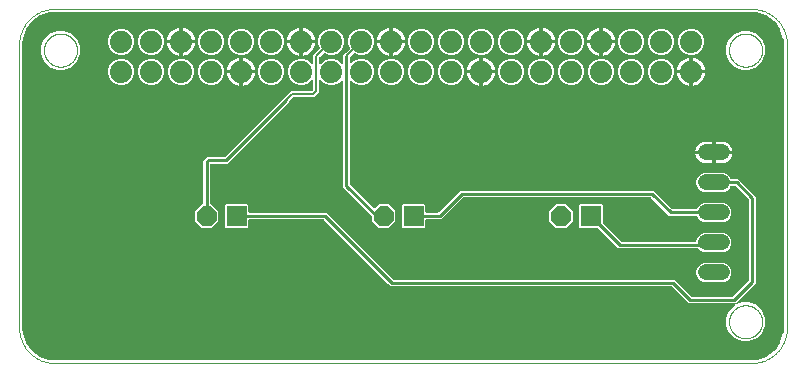
<source format=gtl>
G04 EAGLE Gerber RS-274X export*
G75*
%MOMM*%
%FSLAX34Y34*%
%LPD*%
%INTop copper*%
%IPPOS*%
%AMOC8*
5,1,8,0,0,1.08239X$1,22.5*%
G01*
%ADD10C,0.000000*%
%ADD11R,1.676400X1.676400*%
%ADD12P,1.814519X8X22.500000*%
%ADD13C,1.320800*%
%ADD14C,1.879600*%
%ADD15C,0.254000*%
%ADD16C,0.203200*%

G36*
X623712Y2956D02*
X623712Y2956D01*
X623750Y2954D01*
X627927Y3283D01*
X627932Y3285D01*
X627938Y3284D01*
X628102Y3318D01*
X636046Y5899D01*
X636078Y5916D01*
X636113Y5924D01*
X636258Y6007D01*
X643016Y10917D01*
X643041Y10943D01*
X643072Y10962D01*
X643185Y11086D01*
X648094Y17843D01*
X648110Y17875D01*
X648133Y17903D01*
X648202Y18055D01*
X650784Y26000D01*
X650785Y26005D01*
X650787Y26010D01*
X650819Y26175D01*
X651147Y30352D01*
X651145Y30374D01*
X651150Y30411D01*
X651150Y270363D01*
X651146Y270384D01*
X651147Y270422D01*
X650819Y274599D01*
X650817Y274604D01*
X650818Y274610D01*
X650784Y274774D01*
X648202Y282718D01*
X648186Y282750D01*
X648177Y282785D01*
X648094Y282931D01*
X643185Y289688D01*
X643159Y289714D01*
X643140Y289744D01*
X643016Y289857D01*
X636258Y294767D01*
X636227Y294783D01*
X636199Y294806D01*
X636046Y294875D01*
X628102Y297456D01*
X628096Y297457D01*
X628091Y297459D01*
X627927Y297491D01*
X623750Y297820D01*
X623728Y297818D01*
X623690Y297822D01*
X33690Y297822D01*
X33669Y297818D01*
X33631Y297820D01*
X29454Y297491D01*
X29449Y297489D01*
X29443Y297490D01*
X29279Y297456D01*
X21334Y294875D01*
X21303Y294858D01*
X21268Y294850D01*
X21122Y294767D01*
X14365Y289857D01*
X14339Y289831D01*
X14309Y289812D01*
X14196Y289688D01*
X9286Y282931D01*
X9270Y282899D01*
X9247Y282871D01*
X9178Y282718D01*
X6597Y274774D01*
X6596Y274769D01*
X6594Y274764D01*
X6562Y274599D01*
X6233Y270422D01*
X6235Y270400D01*
X6231Y270363D01*
X6231Y30411D01*
X6235Y30390D01*
X6233Y30352D01*
X6562Y26175D01*
X6564Y26170D01*
X6563Y26164D01*
X6597Y26000D01*
X9178Y18055D01*
X9195Y18024D01*
X9203Y17989D01*
X9286Y17843D01*
X14196Y11086D01*
X14222Y11060D01*
X14241Y11030D01*
X14365Y10917D01*
X21122Y6007D01*
X21154Y5991D01*
X21182Y5968D01*
X21334Y5899D01*
X29279Y3318D01*
X29284Y3317D01*
X29289Y3315D01*
X29454Y3283D01*
X33631Y2954D01*
X33653Y2956D01*
X33690Y2952D01*
X623690Y2952D01*
X623712Y2956D01*
G37*
%LPC*%
G36*
X615400Y18871D02*
X615400Y18871D01*
X609321Y21389D01*
X604668Y26042D01*
X602150Y32121D01*
X602150Y38702D01*
X604668Y44781D01*
X609321Y49434D01*
X609662Y49575D01*
X609745Y49627D01*
X609831Y49672D01*
X609849Y49691D01*
X609871Y49705D01*
X609933Y49780D01*
X610000Y49850D01*
X610011Y49874D01*
X610028Y49894D01*
X610063Y49985D01*
X610104Y50074D01*
X610107Y50100D01*
X610116Y50124D01*
X610120Y50221D01*
X610131Y50318D01*
X610125Y50344D01*
X610126Y50370D01*
X610099Y50463D01*
X610079Y50558D01*
X610065Y50581D01*
X610058Y50606D01*
X610002Y50686D01*
X609952Y50769D01*
X609933Y50786D01*
X609918Y50808D01*
X609840Y50866D01*
X609766Y50929D01*
X609741Y50939D01*
X609720Y50955D01*
X609628Y50985D01*
X609537Y51021D01*
X609505Y51025D01*
X609486Y51031D01*
X609453Y51031D01*
X609371Y51040D01*
X570369Y51040D01*
X556033Y65376D01*
X555959Y65429D01*
X555889Y65488D01*
X555859Y65501D01*
X555833Y65519D01*
X555746Y65546D01*
X555661Y65580D01*
X555620Y65585D01*
X555598Y65592D01*
X555566Y65591D01*
X555494Y65599D01*
X318125Y65599D01*
X316265Y67459D01*
X261742Y121982D01*
X261668Y122035D01*
X261598Y122095D01*
X261568Y122107D01*
X261542Y122126D01*
X261455Y122153D01*
X261370Y122187D01*
X261329Y122191D01*
X261307Y122198D01*
X261275Y122197D01*
X261203Y122205D01*
X198368Y122205D01*
X198348Y122202D01*
X198329Y122204D01*
X198227Y122182D01*
X198125Y122166D01*
X198108Y122156D01*
X198088Y122152D01*
X197999Y122099D01*
X197908Y122050D01*
X197894Y122036D01*
X197877Y122026D01*
X197810Y121947D01*
X197738Y121872D01*
X197730Y121854D01*
X197717Y121839D01*
X197678Y121743D01*
X197635Y121649D01*
X197633Y121629D01*
X197625Y121611D01*
X197607Y121444D01*
X197607Y115986D01*
X196714Y115093D01*
X178686Y115093D01*
X177793Y115986D01*
X177793Y134014D01*
X178686Y134907D01*
X196714Y134907D01*
X197607Y134014D01*
X197607Y128556D01*
X197610Y128537D01*
X197608Y128519D01*
X197608Y128518D01*
X197608Y128517D01*
X197630Y128415D01*
X197646Y128313D01*
X197656Y128296D01*
X197660Y128276D01*
X197713Y128187D01*
X197762Y128096D01*
X197776Y128082D01*
X197786Y128065D01*
X197865Y127998D01*
X197940Y127926D01*
X197958Y127918D01*
X197973Y127905D01*
X198069Y127866D01*
X198163Y127823D01*
X198183Y127821D01*
X198201Y127813D01*
X198368Y127795D01*
X263834Y127795D01*
X265694Y125935D01*
X320218Y71411D01*
X320291Y71358D01*
X320361Y71299D01*
X320391Y71287D01*
X320417Y71268D01*
X320504Y71241D01*
X320589Y71207D01*
X320630Y71202D01*
X320652Y71195D01*
X320685Y71196D01*
X320756Y71188D01*
X558125Y71188D01*
X572461Y56852D01*
X572535Y56799D01*
X572604Y56740D01*
X572635Y56728D01*
X572661Y56709D01*
X572748Y56682D01*
X572833Y56648D01*
X572874Y56643D01*
X572896Y56636D01*
X572928Y56637D01*
X572999Y56629D01*
X607297Y56629D01*
X607388Y56644D01*
X607478Y56651D01*
X607508Y56664D01*
X607540Y56669D01*
X607621Y56712D01*
X607705Y56747D01*
X607737Y56773D01*
X607758Y56784D01*
X607780Y56807D01*
X607836Y56852D01*
X621328Y70344D01*
X621381Y70418D01*
X621440Y70487D01*
X621452Y70518D01*
X621471Y70544D01*
X621498Y70631D01*
X621532Y70716D01*
X621537Y70756D01*
X621543Y70779D01*
X621543Y70811D01*
X621550Y70882D01*
X621550Y138700D01*
X621536Y138790D01*
X621529Y138881D01*
X621516Y138911D01*
X621511Y138943D01*
X621468Y139023D01*
X621432Y139107D01*
X621407Y139139D01*
X621396Y139160D01*
X621372Y139182D01*
X621328Y139238D01*
X610199Y150366D01*
X610126Y150419D01*
X610056Y150479D01*
X610026Y150491D01*
X610000Y150510D01*
X609913Y150537D01*
X609828Y150571D01*
X609787Y150575D01*
X609765Y150582D01*
X609732Y150581D01*
X609661Y150589D01*
X606595Y150589D01*
X606480Y150570D01*
X606364Y150553D01*
X606358Y150551D01*
X606352Y150550D01*
X606249Y150495D01*
X606145Y150442D01*
X606140Y150437D01*
X606135Y150434D01*
X606055Y150350D01*
X605972Y150266D01*
X605969Y150260D01*
X605965Y150256D01*
X605958Y150239D01*
X605892Y150119D01*
X605337Y148779D01*
X603050Y146493D01*
X600062Y145255D01*
X583620Y145255D01*
X580633Y146493D01*
X578346Y148779D01*
X577109Y151767D01*
X577109Y155001D01*
X578346Y157989D01*
X580633Y160275D01*
X583620Y161513D01*
X600062Y161513D01*
X603050Y160275D01*
X605337Y157989D01*
X605892Y156649D01*
X605953Y156549D01*
X606013Y156449D01*
X606018Y156445D01*
X606021Y156440D01*
X606111Y156365D01*
X606200Y156289D01*
X606206Y156287D01*
X606211Y156283D01*
X606319Y156241D01*
X606428Y156197D01*
X606436Y156196D01*
X606440Y156195D01*
X606459Y156194D01*
X606595Y156179D01*
X612292Y156179D01*
X627140Y141331D01*
X627140Y68252D01*
X610322Y51434D01*
X610278Y51372D01*
X610246Y51339D01*
X610239Y51322D01*
X610203Y51280D01*
X610194Y51255D01*
X610179Y51234D01*
X610150Y51141D01*
X610115Y51050D01*
X610114Y51024D01*
X610106Y50999D01*
X610109Y50902D01*
X610105Y50804D01*
X610112Y50779D01*
X610113Y50753D01*
X610146Y50662D01*
X610173Y50568D01*
X610188Y50547D01*
X610197Y50522D01*
X610258Y50446D01*
X610313Y50366D01*
X610334Y50351D01*
X610351Y50330D01*
X610433Y50278D01*
X610511Y50219D01*
X610536Y50211D01*
X610558Y50197D01*
X610652Y50173D01*
X610745Y50143D01*
X610771Y50143D01*
X610796Y50137D01*
X610893Y50145D01*
X610991Y50146D01*
X611022Y50155D01*
X611041Y50156D01*
X611072Y50169D01*
X611152Y50192D01*
X615400Y51952D01*
X621981Y51952D01*
X628060Y49434D01*
X632713Y44781D01*
X635231Y38702D01*
X635231Y32121D01*
X632713Y26042D01*
X628060Y21389D01*
X621981Y18871D01*
X615400Y18871D01*
G37*
%LPD*%
%LPC*%
G36*
X158196Y115093D02*
X158196Y115093D01*
X152393Y120896D01*
X152393Y129104D01*
X158196Y134907D01*
X158744Y134907D01*
X158764Y134910D01*
X158783Y134908D01*
X158885Y134930D01*
X158987Y134946D01*
X159004Y134956D01*
X159024Y134960D01*
X159113Y135013D01*
X159204Y135062D01*
X159218Y135076D01*
X159235Y135086D01*
X159302Y135165D01*
X159374Y135240D01*
X159382Y135258D01*
X159395Y135273D01*
X159434Y135369D01*
X159477Y135463D01*
X159479Y135483D01*
X159487Y135501D01*
X159505Y135668D01*
X159505Y171584D01*
X162716Y174794D01*
X177298Y174794D01*
X177388Y174809D01*
X177479Y174816D01*
X177509Y174829D01*
X177541Y174834D01*
X177622Y174877D01*
X177706Y174913D01*
X177738Y174938D01*
X177758Y174949D01*
X177781Y174973D01*
X177837Y175017D01*
X228401Y225582D01*
X228445Y225582D01*
X228535Y225596D01*
X228626Y225604D01*
X228656Y225616D01*
X228688Y225621D01*
X228768Y225664D01*
X228852Y225700D01*
X228884Y225726D01*
X228905Y225736D01*
X228927Y225760D01*
X228983Y225805D01*
X233924Y230745D01*
X251214Y230745D01*
X251305Y230760D01*
X251395Y230767D01*
X251425Y230780D01*
X251457Y230785D01*
X251538Y230827D01*
X251622Y230863D01*
X251654Y230889D01*
X251675Y230900D01*
X251697Y230923D01*
X251753Y230968D01*
X252527Y231742D01*
X252580Y231816D01*
X252640Y231886D01*
X252652Y231916D01*
X252671Y231942D01*
X252697Y232029D01*
X252732Y232114D01*
X252736Y232155D01*
X252743Y232177D01*
X252742Y232209D01*
X252750Y232281D01*
X252750Y240165D01*
X252739Y240236D01*
X252737Y240308D01*
X252719Y240357D01*
X252710Y240408D01*
X252677Y240471D01*
X252652Y240539D01*
X252620Y240579D01*
X252595Y240625D01*
X252543Y240675D01*
X252498Y240731D01*
X252455Y240759D01*
X252417Y240795D01*
X252352Y240825D01*
X252292Y240864D01*
X252241Y240876D01*
X252194Y240898D01*
X252123Y240906D01*
X252053Y240924D01*
X252001Y240920D01*
X251949Y240925D01*
X251879Y240910D01*
X251808Y240905D01*
X251760Y240884D01*
X251709Y240873D01*
X251647Y240836D01*
X251581Y240808D01*
X251526Y240763D01*
X251498Y240747D01*
X251483Y240729D01*
X251451Y240703D01*
X248666Y237919D01*
X244652Y236256D01*
X240306Y236256D01*
X236292Y237919D01*
X233219Y240992D01*
X231556Y245006D01*
X231556Y249351D01*
X233219Y253366D01*
X236292Y256439D01*
X240306Y258102D01*
X244652Y258102D01*
X248666Y256439D01*
X251451Y253654D01*
X251509Y253612D01*
X251561Y253563D01*
X251608Y253541D01*
X251650Y253511D01*
X251719Y253490D01*
X251784Y253459D01*
X251836Y253454D01*
X251885Y253438D01*
X251957Y253440D01*
X252028Y253432D01*
X252079Y253443D01*
X252131Y253445D01*
X252199Y253469D01*
X252269Y253484D01*
X252313Y253511D01*
X252362Y253529D01*
X252418Y253574D01*
X252480Y253611D01*
X252514Y253650D01*
X252554Y253683D01*
X252593Y253743D01*
X252640Y253798D01*
X252659Y253846D01*
X252687Y253890D01*
X252705Y253959D01*
X252732Y254026D01*
X252740Y254097D01*
X252747Y254128D01*
X252746Y254152D01*
X252750Y254192D01*
X252750Y261422D01*
X257996Y266668D01*
X258063Y266762D01*
X258134Y266856D01*
X258136Y266863D01*
X258139Y266868D01*
X258174Y266978D01*
X258210Y267090D01*
X258210Y267097D01*
X258212Y267103D01*
X258209Y267219D01*
X258208Y267336D01*
X258206Y267344D01*
X258205Y267349D01*
X258199Y267366D01*
X258161Y267497D01*
X256956Y270406D01*
X256956Y274751D01*
X258619Y278766D01*
X261692Y281839D01*
X265706Y283502D01*
X270052Y283502D01*
X274066Y281839D01*
X277139Y278766D01*
X278802Y274751D01*
X278802Y270406D01*
X277139Y266392D01*
X274066Y263319D01*
X270052Y261656D01*
X265706Y261656D01*
X262262Y263083D01*
X262148Y263109D01*
X262035Y263138D01*
X262028Y263138D01*
X262022Y263139D01*
X261906Y263128D01*
X261789Y263119D01*
X261784Y263116D01*
X261777Y263116D01*
X261670Y263068D01*
X261563Y263023D01*
X261557Y263018D01*
X261553Y263016D01*
X261539Y263003D01*
X261432Y262918D01*
X258055Y259540D01*
X258001Y259466D01*
X257942Y259397D01*
X257930Y259367D01*
X257911Y259340D01*
X257884Y259253D01*
X257850Y259169D01*
X257845Y259128D01*
X257839Y259105D01*
X257839Y259073D01*
X257832Y259002D01*
X257832Y254416D01*
X257843Y254346D01*
X257845Y254274D01*
X257863Y254225D01*
X257871Y254174D01*
X257905Y254110D01*
X257929Y254043D01*
X257962Y254002D01*
X257986Y253956D01*
X258038Y253907D01*
X258083Y253851D01*
X258127Y253823D01*
X258165Y253787D01*
X258230Y253757D01*
X258290Y253718D01*
X258341Y253705D01*
X258388Y253683D01*
X258459Y253675D01*
X258529Y253658D01*
X258581Y253662D01*
X258632Y253656D01*
X258702Y253671D01*
X258774Y253677D01*
X258822Y253697D01*
X258873Y253708D01*
X258934Y253745D01*
X259000Y253773D01*
X259056Y253818D01*
X259084Y253835D01*
X259099Y253852D01*
X259131Y253878D01*
X261692Y256439D01*
X265706Y258102D01*
X270052Y258102D01*
X274066Y256439D01*
X276590Y253915D01*
X276648Y253873D01*
X276700Y253823D01*
X276748Y253801D01*
X276790Y253771D01*
X276858Y253750D01*
X276923Y253720D01*
X276975Y253714D01*
X277025Y253699D01*
X277097Y253700D01*
X277168Y253693D01*
X277219Y253704D01*
X277271Y253705D01*
X277338Y253730D01*
X277408Y253745D01*
X277453Y253772D01*
X277502Y253789D01*
X277558Y253834D01*
X277619Y253871D01*
X277653Y253911D01*
X277694Y253943D01*
X277733Y254003D01*
X277779Y254058D01*
X277799Y254106D01*
X277827Y254150D01*
X277844Y254220D01*
X277871Y254286D01*
X277879Y254357D01*
X277887Y254389D01*
X277885Y254412D01*
X277890Y254453D01*
X277890Y261527D01*
X279527Y263164D01*
X279571Y263164D01*
X279661Y263179D01*
X279752Y263186D01*
X279782Y263199D01*
X279813Y263204D01*
X279894Y263247D01*
X279978Y263282D01*
X280010Y263308D01*
X280031Y263319D01*
X280053Y263343D01*
X280109Y263387D01*
X283394Y266672D01*
X283462Y266766D01*
X283532Y266861D01*
X283534Y266867D01*
X283538Y266872D01*
X283572Y266983D01*
X283608Y267095D01*
X283608Y267101D01*
X283610Y267107D01*
X283607Y267224D01*
X283606Y267341D01*
X283604Y267348D01*
X283604Y267353D01*
X283597Y267371D01*
X283559Y267502D01*
X282356Y270406D01*
X282356Y274751D01*
X284019Y278766D01*
X287092Y281839D01*
X291106Y283502D01*
X295452Y283502D01*
X299466Y281839D01*
X302539Y278766D01*
X304202Y274751D01*
X304202Y270406D01*
X302539Y266392D01*
X299466Y263319D01*
X295452Y261656D01*
X291106Y261656D01*
X287657Y263085D01*
X287544Y263111D01*
X287430Y263140D01*
X287424Y263139D01*
X287418Y263141D01*
X287301Y263130D01*
X287185Y263121D01*
X287179Y263118D01*
X287173Y263118D01*
X287065Y263070D01*
X286959Y263024D01*
X286953Y263020D01*
X286948Y263018D01*
X286934Y263005D01*
X286828Y262920D01*
X283702Y259794D01*
X283649Y259720D01*
X283590Y259651D01*
X283577Y259621D01*
X283559Y259594D01*
X283532Y259507D01*
X283498Y259423D01*
X283493Y259382D01*
X283486Y259359D01*
X283487Y259327D01*
X283479Y259256D01*
X283479Y254664D01*
X283491Y254593D01*
X283493Y254522D01*
X283511Y254473D01*
X283519Y254421D01*
X283552Y254358D01*
X283577Y254291D01*
X283610Y254250D01*
X283634Y254204D01*
X283686Y254155D01*
X283731Y254099D01*
X283775Y254070D01*
X283812Y254035D01*
X283877Y254004D01*
X283938Y253966D01*
X283988Y253953D01*
X284035Y253931D01*
X284107Y253923D01*
X284176Y253906D01*
X284228Y253910D01*
X284280Y253904D01*
X284350Y253919D01*
X284421Y253925D01*
X284469Y253945D01*
X284520Y253956D01*
X284582Y253993D01*
X284648Y254021D01*
X284704Y254066D01*
X284731Y254082D01*
X284747Y254100D01*
X284779Y254126D01*
X287092Y256439D01*
X291106Y258102D01*
X295452Y258102D01*
X299466Y256439D01*
X302539Y253366D01*
X304202Y249351D01*
X304202Y245006D01*
X302539Y240992D01*
X299466Y237919D01*
X295452Y236256D01*
X291106Y236256D01*
X287092Y237919D01*
X284779Y240232D01*
X284721Y240274D01*
X284669Y240323D01*
X284621Y240345D01*
X284579Y240375D01*
X284511Y240396D01*
X284445Y240427D01*
X284394Y240432D01*
X284344Y240448D01*
X284272Y240446D01*
X284201Y240454D01*
X284150Y240443D01*
X284098Y240441D01*
X284031Y240417D01*
X283961Y240402D01*
X283916Y240375D01*
X283867Y240357D01*
X283811Y240312D01*
X283750Y240275D01*
X283716Y240236D01*
X283675Y240203D01*
X283636Y240143D01*
X283590Y240088D01*
X283570Y240040D01*
X283542Y239996D01*
X283524Y239927D01*
X283498Y239860D01*
X283490Y239789D01*
X283482Y239758D01*
X283484Y239735D01*
X283479Y239694D01*
X283479Y152142D01*
X283481Y152128D01*
X283480Y152118D01*
X283492Y152063D01*
X283494Y152052D01*
X283501Y151961D01*
X283514Y151931D01*
X283519Y151899D01*
X283562Y151819D01*
X283597Y151735D01*
X283623Y151703D01*
X283634Y151682D01*
X283657Y151660D01*
X283702Y151604D01*
X303760Y131546D01*
X303776Y131535D01*
X303788Y131519D01*
X303876Y131463D01*
X303959Y131403D01*
X303978Y131397D01*
X303995Y131386D01*
X304096Y131361D01*
X304194Y131330D01*
X304214Y131331D01*
X304234Y131326D01*
X304337Y131334D01*
X304440Y131337D01*
X304459Y131344D01*
X304479Y131345D01*
X304574Y131386D01*
X304671Y131421D01*
X304687Y131434D01*
X304705Y131441D01*
X304836Y131546D01*
X308196Y134907D01*
X316404Y134907D01*
X322207Y129104D01*
X322207Y120896D01*
X316404Y115093D01*
X308196Y115093D01*
X302393Y120896D01*
X302393Y124693D01*
X302379Y124783D01*
X302371Y124874D01*
X302359Y124903D01*
X302354Y124935D01*
X302311Y125016D01*
X302275Y125100D01*
X302249Y125132D01*
X302238Y125153D01*
X302215Y125175D01*
X302170Y125231D01*
X277890Y149511D01*
X277890Y239905D01*
X277878Y239976D01*
X277876Y240047D01*
X277858Y240096D01*
X277850Y240148D01*
X277816Y240211D01*
X277792Y240278D01*
X277759Y240319D01*
X277735Y240365D01*
X277683Y240414D01*
X277638Y240470D01*
X277594Y240498D01*
X277557Y240534D01*
X277492Y240565D01*
X277431Y240603D01*
X277381Y240616D01*
X277333Y240638D01*
X277262Y240646D01*
X277193Y240663D01*
X277141Y240659D01*
X277089Y240665D01*
X277019Y240650D01*
X276947Y240644D01*
X276900Y240624D01*
X276849Y240613D01*
X276787Y240576D01*
X276721Y240548D01*
X276665Y240503D01*
X276638Y240487D01*
X276622Y240469D01*
X276590Y240443D01*
X274066Y237919D01*
X270052Y236256D01*
X265706Y236256D01*
X261692Y237919D01*
X259131Y240480D01*
X259073Y240521D01*
X259021Y240571D01*
X258974Y240593D01*
X258931Y240623D01*
X258863Y240644D01*
X258798Y240674D01*
X258746Y240680D01*
X258696Y240695D01*
X258625Y240694D01*
X258553Y240701D01*
X258502Y240690D01*
X258450Y240689D01*
X258383Y240664D01*
X258313Y240649D01*
X258268Y240622D01*
X258219Y240605D01*
X258163Y240560D01*
X258102Y240523D01*
X258068Y240483D01*
X258027Y240451D01*
X257989Y240391D01*
X257942Y240336D01*
X257922Y240288D01*
X257894Y240244D01*
X257877Y240175D01*
X257850Y240108D01*
X257842Y240037D01*
X257834Y240005D01*
X257836Y239982D01*
X257832Y239941D01*
X257832Y229860D01*
X253635Y225664D01*
X236344Y225664D01*
X236254Y225649D01*
X236163Y225642D01*
X236133Y225629D01*
X236101Y225624D01*
X236020Y225581D01*
X235936Y225545D01*
X235904Y225520D01*
X235884Y225509D01*
X235861Y225485D01*
X235805Y225441D01*
X232576Y222211D01*
X232523Y222138D01*
X232464Y222068D01*
X232452Y222038D01*
X232433Y222012D01*
X232406Y221925D01*
X232372Y221840D01*
X232367Y221799D01*
X232360Y221777D01*
X232361Y221744D01*
X232353Y221673D01*
X232353Y221629D01*
X179929Y169205D01*
X165856Y169205D01*
X165836Y169202D01*
X165817Y169204D01*
X165715Y169182D01*
X165613Y169165D01*
X165596Y169156D01*
X165576Y169152D01*
X165487Y169098D01*
X165396Y169050D01*
X165382Y169036D01*
X165365Y169025D01*
X165298Y168947D01*
X165226Y168872D01*
X165218Y168854D01*
X165205Y168839D01*
X165166Y168742D01*
X165123Y168649D01*
X165121Y168629D01*
X165113Y168610D01*
X165095Y168444D01*
X165095Y135668D01*
X165098Y135648D01*
X165096Y135629D01*
X165118Y135527D01*
X165134Y135425D01*
X165144Y135408D01*
X165148Y135388D01*
X165201Y135299D01*
X165250Y135208D01*
X165264Y135194D01*
X165274Y135177D01*
X165353Y135110D01*
X165428Y135038D01*
X165446Y135030D01*
X165461Y135017D01*
X165557Y134978D01*
X165651Y134935D01*
X165671Y134933D01*
X165689Y134925D01*
X165856Y134907D01*
X166404Y134907D01*
X172207Y129104D01*
X172207Y120896D01*
X166404Y115093D01*
X158196Y115093D01*
G37*
%LPD*%
%LPC*%
G36*
X328686Y115093D02*
X328686Y115093D01*
X327793Y115986D01*
X327793Y134014D01*
X328686Y134907D01*
X346714Y134907D01*
X347607Y134014D01*
X347607Y128556D01*
X347610Y128537D01*
X347608Y128519D01*
X347608Y128518D01*
X347608Y128517D01*
X347630Y128415D01*
X347646Y128313D01*
X347656Y128296D01*
X347660Y128276D01*
X347713Y128187D01*
X347762Y128096D01*
X347776Y128082D01*
X347786Y128065D01*
X347865Y127998D01*
X347940Y127926D01*
X347958Y127918D01*
X347973Y127905D01*
X348069Y127866D01*
X348163Y127823D01*
X348183Y127821D01*
X348201Y127813D01*
X348368Y127795D01*
X358164Y127795D01*
X358254Y127809D01*
X358345Y127817D01*
X358375Y127829D01*
X358407Y127834D01*
X358488Y127877D01*
X358572Y127913D01*
X358604Y127939D01*
X358624Y127950D01*
X358627Y127952D01*
X358647Y127973D01*
X358703Y128018D01*
X377038Y146354D01*
X540857Y146354D01*
X556209Y131002D01*
X556283Y130949D01*
X556353Y130889D01*
X556383Y130877D01*
X556409Y130858D01*
X556496Y130831D01*
X556581Y130797D01*
X556622Y130793D01*
X556644Y130786D01*
X556676Y130787D01*
X556747Y130779D01*
X577088Y130779D01*
X577203Y130798D01*
X577319Y130815D01*
X577324Y130817D01*
X577331Y130818D01*
X577433Y130873D01*
X577538Y130926D01*
X577542Y130931D01*
X577548Y130934D01*
X577628Y131018D01*
X577710Y131102D01*
X577714Y131108D01*
X577717Y131112D01*
X577725Y131129D01*
X577791Y131249D01*
X578346Y132589D01*
X580633Y134875D01*
X583620Y136113D01*
X600062Y136113D01*
X603050Y134875D01*
X605337Y132589D01*
X606574Y129601D01*
X606574Y126367D01*
X605337Y123379D01*
X603050Y121093D01*
X600062Y119855D01*
X583620Y119855D01*
X580633Y121093D01*
X578346Y123379D01*
X577791Y124719D01*
X577730Y124819D01*
X577670Y124919D01*
X577665Y124923D01*
X577662Y124928D01*
X577571Y125003D01*
X577483Y125079D01*
X577477Y125081D01*
X577472Y125085D01*
X577364Y125127D01*
X577255Y125171D01*
X577247Y125172D01*
X577242Y125173D01*
X577224Y125174D01*
X577088Y125189D01*
X554117Y125189D01*
X538765Y140541D01*
X538691Y140594D01*
X538622Y140654D01*
X538591Y140666D01*
X538565Y140685D01*
X538478Y140711D01*
X538393Y140746D01*
X538353Y140750D01*
X538330Y140757D01*
X538298Y140756D01*
X538227Y140764D01*
X379669Y140764D01*
X379579Y140749D01*
X379488Y140742D01*
X379458Y140730D01*
X379426Y140724D01*
X379346Y140682D01*
X379262Y140646D01*
X379230Y140620D01*
X379209Y140609D01*
X379187Y140586D01*
X379185Y140584D01*
X379183Y140584D01*
X379181Y140582D01*
X379131Y140541D01*
X360795Y122205D01*
X348368Y122205D01*
X348348Y122202D01*
X348329Y122204D01*
X348227Y122182D01*
X348125Y122166D01*
X348108Y122156D01*
X348088Y122152D01*
X347999Y122099D01*
X347908Y122050D01*
X347894Y122036D01*
X347877Y122026D01*
X347810Y121947D01*
X347738Y121872D01*
X347730Y121854D01*
X347717Y121839D01*
X347678Y121743D01*
X347635Y121649D01*
X347633Y121629D01*
X347625Y121611D01*
X347607Y121444D01*
X347607Y115986D01*
X346714Y115093D01*
X328686Y115093D01*
G37*
%LPD*%
%LPC*%
G36*
X583620Y94455D02*
X583620Y94455D01*
X580633Y95693D01*
X578784Y97541D01*
X578710Y97594D01*
X578641Y97654D01*
X578611Y97666D01*
X578585Y97685D01*
X578498Y97711D01*
X578413Y97746D01*
X578372Y97750D01*
X578350Y97757D01*
X578317Y97756D01*
X578246Y97764D01*
X510984Y97764D01*
X493877Y114870D01*
X493803Y114923D01*
X493734Y114983D01*
X493704Y114995D01*
X493678Y115014D01*
X493591Y115041D01*
X493506Y115075D01*
X493465Y115079D01*
X493443Y115086D01*
X493410Y115085D01*
X493339Y115093D01*
X478686Y115093D01*
X477793Y115986D01*
X477793Y134014D01*
X478686Y134907D01*
X496714Y134907D01*
X497607Y134014D01*
X497607Y119361D01*
X497621Y119271D01*
X497629Y119180D01*
X497641Y119150D01*
X497646Y119118D01*
X497689Y119038D01*
X497725Y118954D01*
X497751Y118922D01*
X497762Y118901D01*
X497785Y118879D01*
X497830Y118823D01*
X513076Y103577D01*
X513150Y103523D01*
X513219Y103464D01*
X513249Y103452D01*
X513276Y103433D01*
X513363Y103406D01*
X513447Y103372D01*
X513488Y103368D01*
X513511Y103361D01*
X513543Y103361D01*
X513614Y103354D01*
X576347Y103354D01*
X576367Y103357D01*
X576387Y103355D01*
X576488Y103377D01*
X576590Y103393D01*
X576608Y103403D01*
X576627Y103407D01*
X576716Y103460D01*
X576807Y103508D01*
X576821Y103523D01*
X576838Y103533D01*
X576906Y103612D01*
X576977Y103687D01*
X576985Y103705D01*
X576998Y103720D01*
X577037Y103816D01*
X577080Y103910D01*
X577083Y103930D01*
X577090Y103948D01*
X577109Y104115D01*
X577109Y104201D01*
X578346Y107189D01*
X580633Y109475D01*
X583620Y110713D01*
X600062Y110713D01*
X603050Y109475D01*
X605337Y107189D01*
X606574Y104201D01*
X606574Y100967D01*
X605337Y97979D01*
X603050Y95693D01*
X600062Y94455D01*
X583620Y94455D01*
G37*
%LPD*%
%LPC*%
G36*
X35400Y248822D02*
X35400Y248822D01*
X29321Y251340D01*
X24668Y255993D01*
X22150Y262072D01*
X22150Y268653D01*
X24668Y274732D01*
X29321Y279385D01*
X35400Y281903D01*
X41981Y281903D01*
X48060Y279385D01*
X52713Y274732D01*
X55231Y268653D01*
X55231Y262072D01*
X52713Y255993D01*
X48060Y251340D01*
X41981Y248822D01*
X35400Y248822D01*
G37*
%LPD*%
%LPC*%
G36*
X615400Y248822D02*
X615400Y248822D01*
X609321Y251340D01*
X604668Y255993D01*
X602150Y262072D01*
X602150Y268653D01*
X604668Y274732D01*
X609321Y279385D01*
X615400Y281903D01*
X621981Y281903D01*
X628060Y279385D01*
X632713Y274732D01*
X635231Y268653D01*
X635231Y262072D01*
X632713Y255993D01*
X628060Y251340D01*
X621981Y248822D01*
X615400Y248822D01*
G37*
%LPD*%
%LPC*%
G36*
X583620Y69055D02*
X583620Y69055D01*
X580633Y70293D01*
X578346Y72579D01*
X577109Y75567D01*
X577109Y78801D01*
X578346Y81789D01*
X580633Y84075D01*
X583620Y85313D01*
X600062Y85313D01*
X603050Y84075D01*
X605337Y81789D01*
X606574Y78801D01*
X606574Y75567D01*
X605337Y72579D01*
X603050Y70293D01*
X600062Y69055D01*
X583620Y69055D01*
G37*
%LPD*%
%LPC*%
G36*
X392706Y261656D02*
X392706Y261656D01*
X388692Y263319D01*
X385619Y266392D01*
X383956Y270406D01*
X383956Y274751D01*
X385619Y278766D01*
X388692Y281839D01*
X392706Y283502D01*
X397052Y283502D01*
X401066Y281839D01*
X404139Y278766D01*
X405802Y274751D01*
X405802Y270406D01*
X404139Y266392D01*
X401066Y263319D01*
X397052Y261656D01*
X392706Y261656D01*
G37*
%LPD*%
%LPC*%
G36*
X316506Y236256D02*
X316506Y236256D01*
X312492Y237919D01*
X309419Y240992D01*
X307756Y245006D01*
X307756Y249351D01*
X309419Y253366D01*
X312492Y256439D01*
X316506Y258102D01*
X320852Y258102D01*
X324866Y256439D01*
X327939Y253366D01*
X329602Y249351D01*
X329602Y245006D01*
X327939Y240992D01*
X324866Y237919D01*
X320852Y236256D01*
X316506Y236256D01*
G37*
%LPD*%
%LPC*%
G36*
X341906Y236256D02*
X341906Y236256D01*
X337892Y237919D01*
X334819Y240992D01*
X333156Y245006D01*
X333156Y249351D01*
X334819Y253366D01*
X337892Y256439D01*
X341906Y258102D01*
X346252Y258102D01*
X350266Y256439D01*
X353339Y253366D01*
X355002Y249351D01*
X355002Y245006D01*
X353339Y240992D01*
X350266Y237919D01*
X346252Y236256D01*
X341906Y236256D01*
G37*
%LPD*%
%LPC*%
G36*
X367306Y236256D02*
X367306Y236256D01*
X363292Y237919D01*
X360219Y240992D01*
X358556Y245006D01*
X358556Y249351D01*
X360219Y253366D01*
X363292Y256439D01*
X367306Y258102D01*
X371652Y258102D01*
X375666Y256439D01*
X378739Y253366D01*
X380402Y249351D01*
X380402Y245006D01*
X378739Y240992D01*
X375666Y237919D01*
X371652Y236256D01*
X367306Y236256D01*
G37*
%LPD*%
%LPC*%
G36*
X87906Y236256D02*
X87906Y236256D01*
X83892Y237919D01*
X80819Y240992D01*
X79156Y245006D01*
X79156Y249351D01*
X80819Y253366D01*
X83892Y256439D01*
X87906Y258102D01*
X92252Y258102D01*
X96266Y256439D01*
X99339Y253366D01*
X101002Y249351D01*
X101002Y245006D01*
X99339Y240992D01*
X96266Y237919D01*
X92252Y236256D01*
X87906Y236256D01*
G37*
%LPD*%
%LPC*%
G36*
X214906Y236256D02*
X214906Y236256D01*
X210892Y237919D01*
X207819Y240992D01*
X206156Y245006D01*
X206156Y249351D01*
X207819Y253366D01*
X210892Y256439D01*
X214906Y258102D01*
X219252Y258102D01*
X223266Y256439D01*
X226339Y253366D01*
X228002Y249351D01*
X228002Y245006D01*
X226339Y240992D01*
X223266Y237919D01*
X219252Y236256D01*
X214906Y236256D01*
G37*
%LPD*%
%LPC*%
G36*
X418106Y236256D02*
X418106Y236256D01*
X414092Y237919D01*
X411019Y240992D01*
X409356Y245006D01*
X409356Y249351D01*
X411019Y253366D01*
X414092Y256439D01*
X418106Y258102D01*
X422452Y258102D01*
X426466Y256439D01*
X429539Y253366D01*
X431202Y249351D01*
X431202Y245006D01*
X429539Y240992D01*
X426466Y237919D01*
X422452Y236256D01*
X418106Y236256D01*
G37*
%LPD*%
%LPC*%
G36*
X443506Y236256D02*
X443506Y236256D01*
X439492Y237919D01*
X436419Y240992D01*
X434756Y245006D01*
X434756Y249351D01*
X436419Y253366D01*
X439492Y256439D01*
X443506Y258102D01*
X447852Y258102D01*
X451866Y256439D01*
X454939Y253366D01*
X456602Y249351D01*
X456602Y245006D01*
X454939Y240992D01*
X451866Y237919D01*
X447852Y236256D01*
X443506Y236256D01*
G37*
%LPD*%
%LPC*%
G36*
X164106Y236256D02*
X164106Y236256D01*
X160092Y237919D01*
X157019Y240992D01*
X155356Y245006D01*
X155356Y249351D01*
X157019Y253366D01*
X160092Y256439D01*
X164106Y258102D01*
X168452Y258102D01*
X172466Y256439D01*
X175539Y253366D01*
X177202Y249351D01*
X177202Y245006D01*
X175539Y240992D01*
X172466Y237919D01*
X168452Y236256D01*
X164106Y236256D01*
G37*
%LPD*%
%LPC*%
G36*
X113306Y236256D02*
X113306Y236256D01*
X109292Y237919D01*
X106219Y240992D01*
X104556Y245006D01*
X104556Y249351D01*
X106219Y253366D01*
X109292Y256439D01*
X113306Y258102D01*
X117652Y258102D01*
X121666Y256439D01*
X124739Y253366D01*
X126402Y249351D01*
X126402Y245006D01*
X124739Y240992D01*
X121666Y237919D01*
X117652Y236256D01*
X113306Y236256D01*
G37*
%LPD*%
%LPC*%
G36*
X494306Y236256D02*
X494306Y236256D01*
X490292Y237919D01*
X487219Y240992D01*
X485556Y245006D01*
X485556Y249351D01*
X487219Y253366D01*
X490292Y256439D01*
X494306Y258102D01*
X498652Y258102D01*
X502666Y256439D01*
X505739Y253366D01*
X507402Y249351D01*
X507402Y245006D01*
X505739Y240992D01*
X502666Y237919D01*
X498652Y236256D01*
X494306Y236256D01*
G37*
%LPD*%
%LPC*%
G36*
X468906Y236256D02*
X468906Y236256D01*
X464892Y237919D01*
X461819Y240992D01*
X460156Y245006D01*
X460156Y249351D01*
X461819Y253366D01*
X464892Y256439D01*
X468906Y258102D01*
X473252Y258102D01*
X477266Y256439D01*
X480339Y253366D01*
X482002Y249351D01*
X482002Y245006D01*
X480339Y240992D01*
X477266Y237919D01*
X473252Y236256D01*
X468906Y236256D01*
G37*
%LPD*%
%LPC*%
G36*
X418106Y261656D02*
X418106Y261656D01*
X414092Y263319D01*
X411019Y266392D01*
X409356Y270406D01*
X409356Y274751D01*
X411019Y278766D01*
X414092Y281839D01*
X418106Y283502D01*
X422452Y283502D01*
X426466Y281839D01*
X429539Y278766D01*
X431202Y274751D01*
X431202Y270406D01*
X429539Y266392D01*
X426466Y263319D01*
X422452Y261656D01*
X418106Y261656D01*
G37*
%LPD*%
%LPC*%
G36*
X113306Y261656D02*
X113306Y261656D01*
X109292Y263319D01*
X106219Y266392D01*
X104556Y270406D01*
X104556Y274751D01*
X106219Y278766D01*
X109292Y281839D01*
X113306Y283502D01*
X117652Y283502D01*
X121666Y281839D01*
X124739Y278766D01*
X126402Y274751D01*
X126402Y270406D01*
X124739Y266392D01*
X121666Y263319D01*
X117652Y261656D01*
X113306Y261656D01*
G37*
%LPD*%
%LPC*%
G36*
X87906Y261656D02*
X87906Y261656D01*
X83892Y263319D01*
X80819Y266392D01*
X79156Y270406D01*
X79156Y274751D01*
X80819Y278766D01*
X83892Y281839D01*
X87906Y283502D01*
X92252Y283502D01*
X96266Y281839D01*
X99339Y278766D01*
X101002Y274751D01*
X101002Y270406D01*
X99339Y266392D01*
X96266Y263319D01*
X92252Y261656D01*
X87906Y261656D01*
G37*
%LPD*%
%LPC*%
G36*
X367306Y261656D02*
X367306Y261656D01*
X363292Y263319D01*
X360219Y266392D01*
X358556Y270406D01*
X358556Y274751D01*
X360219Y278766D01*
X363292Y281839D01*
X367306Y283502D01*
X371652Y283502D01*
X375666Y281839D01*
X378739Y278766D01*
X380402Y274751D01*
X380402Y270406D01*
X378739Y266392D01*
X375666Y263319D01*
X371652Y261656D01*
X367306Y261656D01*
G37*
%LPD*%
%LPC*%
G36*
X341906Y261656D02*
X341906Y261656D01*
X337892Y263319D01*
X334819Y266392D01*
X333156Y270406D01*
X333156Y274751D01*
X334819Y278766D01*
X337892Y281839D01*
X341906Y283502D01*
X346252Y283502D01*
X350266Y281839D01*
X353339Y278766D01*
X355002Y274751D01*
X355002Y270406D01*
X353339Y266392D01*
X350266Y263319D01*
X346252Y261656D01*
X341906Y261656D01*
G37*
%LPD*%
%LPC*%
G36*
X570506Y261656D02*
X570506Y261656D01*
X566492Y263319D01*
X563419Y266392D01*
X561756Y270406D01*
X561756Y274751D01*
X563419Y278766D01*
X566492Y281839D01*
X570506Y283502D01*
X574852Y283502D01*
X578866Y281839D01*
X581939Y278766D01*
X583602Y274751D01*
X583602Y270406D01*
X581939Y266392D01*
X578866Y263319D01*
X574852Y261656D01*
X570506Y261656D01*
G37*
%LPD*%
%LPC*%
G36*
X545106Y261656D02*
X545106Y261656D01*
X541092Y263319D01*
X538019Y266392D01*
X536356Y270406D01*
X536356Y274751D01*
X538019Y278766D01*
X541092Y281839D01*
X545106Y283502D01*
X549452Y283502D01*
X553466Y281839D01*
X556539Y278766D01*
X558202Y274751D01*
X558202Y270406D01*
X556539Y266392D01*
X553466Y263319D01*
X549452Y261656D01*
X545106Y261656D01*
G37*
%LPD*%
%LPC*%
G36*
X519706Y261656D02*
X519706Y261656D01*
X515692Y263319D01*
X512619Y266392D01*
X510956Y270406D01*
X510956Y274751D01*
X512619Y278766D01*
X515692Y281839D01*
X519706Y283502D01*
X524052Y283502D01*
X528066Y281839D01*
X531139Y278766D01*
X532802Y274751D01*
X532802Y270406D01*
X531139Y266392D01*
X528066Y263319D01*
X524052Y261656D01*
X519706Y261656D01*
G37*
%LPD*%
%LPC*%
G36*
X138706Y236256D02*
X138706Y236256D01*
X134692Y237919D01*
X131619Y240992D01*
X129956Y245006D01*
X129956Y249351D01*
X131619Y253366D01*
X134692Y256439D01*
X138706Y258102D01*
X143052Y258102D01*
X147066Y256439D01*
X150139Y253366D01*
X151802Y249351D01*
X151802Y245006D01*
X150139Y240992D01*
X147066Y237919D01*
X143052Y236256D01*
X138706Y236256D01*
G37*
%LPD*%
%LPC*%
G36*
X214906Y261656D02*
X214906Y261656D01*
X210892Y263319D01*
X207819Y266392D01*
X206156Y270406D01*
X206156Y274751D01*
X207819Y278766D01*
X210892Y281839D01*
X214906Y283502D01*
X219252Y283502D01*
X223266Y281839D01*
X226339Y278766D01*
X228002Y274751D01*
X228002Y270406D01*
X226339Y266392D01*
X223266Y263319D01*
X219252Y261656D01*
X214906Y261656D01*
G37*
%LPD*%
%LPC*%
G36*
X189506Y261656D02*
X189506Y261656D01*
X185492Y263319D01*
X182419Y266392D01*
X180756Y270406D01*
X180756Y274751D01*
X182419Y278766D01*
X185492Y281839D01*
X189506Y283502D01*
X193852Y283502D01*
X197866Y281839D01*
X200939Y278766D01*
X202602Y274751D01*
X202602Y270406D01*
X200939Y266392D01*
X197866Y263319D01*
X193852Y261656D01*
X189506Y261656D01*
G37*
%LPD*%
%LPC*%
G36*
X164106Y261656D02*
X164106Y261656D01*
X160092Y263319D01*
X157019Y266392D01*
X155356Y270406D01*
X155356Y274751D01*
X157019Y278766D01*
X160092Y281839D01*
X164106Y283502D01*
X168452Y283502D01*
X172466Y281839D01*
X175539Y278766D01*
X177202Y274751D01*
X177202Y270406D01*
X175539Y266392D01*
X172466Y263319D01*
X168452Y261656D01*
X164106Y261656D01*
G37*
%LPD*%
%LPC*%
G36*
X469006Y261656D02*
X469006Y261656D01*
X464992Y263319D01*
X461919Y266392D01*
X460256Y270406D01*
X460256Y274751D01*
X461919Y278766D01*
X464992Y281839D01*
X469006Y283502D01*
X473352Y283502D01*
X477366Y281839D01*
X480439Y278766D01*
X482102Y274751D01*
X482102Y270406D01*
X480439Y266392D01*
X477366Y263319D01*
X473352Y261656D01*
X469006Y261656D01*
G37*
%LPD*%
%LPC*%
G36*
X545106Y236256D02*
X545106Y236256D01*
X541092Y237919D01*
X538019Y240992D01*
X536356Y245006D01*
X536356Y249351D01*
X538019Y253366D01*
X541092Y256439D01*
X545106Y258102D01*
X549452Y258102D01*
X553466Y256439D01*
X556539Y253366D01*
X558202Y249351D01*
X558202Y245006D01*
X556539Y240992D01*
X553466Y237919D01*
X549452Y236256D01*
X545106Y236256D01*
G37*
%LPD*%
%LPC*%
G36*
X519706Y236256D02*
X519706Y236256D01*
X515692Y237919D01*
X512619Y240992D01*
X510956Y245006D01*
X510956Y249351D01*
X512619Y253366D01*
X515692Y256439D01*
X519706Y258102D01*
X524052Y258102D01*
X528066Y256439D01*
X531139Y253366D01*
X532802Y249351D01*
X532802Y245006D01*
X531139Y240992D01*
X528066Y237919D01*
X524052Y236256D01*
X519706Y236256D01*
G37*
%LPD*%
%LPC*%
G36*
X458196Y115093D02*
X458196Y115093D01*
X452393Y120896D01*
X452393Y129104D01*
X458196Y134907D01*
X466404Y134907D01*
X472207Y129104D01*
X472207Y120896D01*
X466404Y115093D01*
X458196Y115093D01*
G37*
%LPD*%
%LPC*%
G36*
X593365Y180307D02*
X593365Y180307D01*
X593365Y187929D01*
X599346Y187929D01*
X601113Y187577D01*
X602777Y186888D01*
X604275Y185887D01*
X605548Y184614D01*
X606549Y183116D01*
X607239Y181451D01*
X607466Y180307D01*
X593365Y180307D01*
G37*
%LPD*%
%LPC*%
G36*
X576216Y180307D02*
X576216Y180307D01*
X576444Y181451D01*
X577133Y183116D01*
X578134Y184614D01*
X579408Y185887D01*
X580906Y186888D01*
X582570Y187577D01*
X584337Y187929D01*
X590318Y187929D01*
X590318Y180307D01*
X576216Y180307D01*
G37*
%LPD*%
%LPC*%
G36*
X593365Y169639D02*
X593365Y169639D01*
X593365Y177261D01*
X607466Y177261D01*
X607239Y176117D01*
X606549Y174452D01*
X605548Y172954D01*
X604275Y171681D01*
X602777Y170680D01*
X601113Y169991D01*
X599346Y169639D01*
X593365Y169639D01*
G37*
%LPD*%
%LPC*%
G36*
X584337Y169639D02*
X584337Y169639D01*
X582570Y169991D01*
X580906Y170680D01*
X579408Y171681D01*
X578134Y172954D01*
X577133Y174452D01*
X576444Y176117D01*
X576216Y177261D01*
X590318Y177261D01*
X590318Y169639D01*
X584337Y169639D01*
G37*
%LPD*%
%LPC*%
G36*
X193202Y248702D02*
X193202Y248702D01*
X193202Y259025D01*
X194474Y258824D01*
X196262Y258243D01*
X197936Y257390D01*
X199457Y256285D01*
X200785Y254956D01*
X201890Y253436D01*
X202743Y251762D01*
X203324Y249974D01*
X203525Y248702D01*
X193202Y248702D01*
G37*
%LPD*%
%LPC*%
G36*
X498002Y274102D02*
X498002Y274102D01*
X498002Y284425D01*
X499274Y284224D01*
X501062Y283643D01*
X502736Y282790D01*
X504257Y281685D01*
X505585Y280356D01*
X506690Y278836D01*
X507543Y277162D01*
X508124Y275374D01*
X508325Y274102D01*
X498002Y274102D01*
G37*
%LPD*%
%LPC*%
G36*
X574202Y248702D02*
X574202Y248702D01*
X574202Y259025D01*
X575474Y258824D01*
X577262Y258243D01*
X578936Y257390D01*
X580457Y256285D01*
X581785Y254956D01*
X582890Y253436D01*
X583743Y251762D01*
X584324Y249974D01*
X584525Y248702D01*
X574202Y248702D01*
G37*
%LPD*%
%LPC*%
G36*
X396402Y248702D02*
X396402Y248702D01*
X396402Y259025D01*
X397674Y258824D01*
X399462Y258243D01*
X401136Y257390D01*
X402657Y256285D01*
X403985Y254956D01*
X405090Y253436D01*
X405943Y251762D01*
X406524Y249974D01*
X406725Y248702D01*
X396402Y248702D01*
G37*
%LPD*%
%LPC*%
G36*
X447202Y274102D02*
X447202Y274102D01*
X447202Y284425D01*
X448474Y284224D01*
X450262Y283643D01*
X451936Y282790D01*
X453457Y281685D01*
X454785Y280356D01*
X455890Y278836D01*
X456743Y277162D01*
X457324Y275374D01*
X457525Y274102D01*
X447202Y274102D01*
G37*
%LPD*%
%LPC*%
G36*
X320202Y274102D02*
X320202Y274102D01*
X320202Y284425D01*
X321474Y284224D01*
X323262Y283643D01*
X324936Y282790D01*
X326457Y281685D01*
X327785Y280356D01*
X328890Y278836D01*
X329743Y277162D01*
X330324Y275374D01*
X330525Y274102D01*
X320202Y274102D01*
G37*
%LPD*%
%LPC*%
G36*
X244002Y274102D02*
X244002Y274102D01*
X244002Y284425D01*
X245274Y284224D01*
X247062Y283643D01*
X248736Y282790D01*
X250257Y281685D01*
X251585Y280356D01*
X252690Y278836D01*
X253543Y277162D01*
X254124Y275374D01*
X254325Y274102D01*
X244002Y274102D01*
G37*
%LPD*%
%LPC*%
G36*
X142402Y274102D02*
X142402Y274102D01*
X142402Y284425D01*
X143674Y284224D01*
X145462Y283643D01*
X147136Y282790D01*
X148657Y281685D01*
X149985Y280356D01*
X151090Y278836D01*
X151943Y277162D01*
X152524Y275374D01*
X152725Y274102D01*
X142402Y274102D01*
G37*
%LPD*%
%LPC*%
G36*
X396402Y245656D02*
X396402Y245656D01*
X406725Y245656D01*
X406524Y244383D01*
X405943Y242596D01*
X405090Y240922D01*
X403985Y239401D01*
X402657Y238073D01*
X401136Y236968D01*
X399462Y236115D01*
X397674Y235534D01*
X396402Y235333D01*
X396402Y245656D01*
G37*
%LPD*%
%LPC*%
G36*
X193202Y245656D02*
X193202Y245656D01*
X203525Y245656D01*
X203324Y244383D01*
X202743Y242596D01*
X201890Y240922D01*
X200785Y239401D01*
X199457Y238073D01*
X197936Y236968D01*
X196262Y236115D01*
X194474Y235534D01*
X193202Y235333D01*
X193202Y245656D01*
G37*
%LPD*%
%LPC*%
G36*
X142402Y271056D02*
X142402Y271056D01*
X152725Y271056D01*
X152524Y269783D01*
X151943Y267996D01*
X151090Y266322D01*
X149985Y264801D01*
X148657Y263473D01*
X147136Y262368D01*
X145462Y261515D01*
X143674Y260934D01*
X142402Y260733D01*
X142402Y271056D01*
G37*
%LPD*%
%LPC*%
G36*
X574202Y245656D02*
X574202Y245656D01*
X584525Y245656D01*
X584324Y244383D01*
X583743Y242596D01*
X582890Y240922D01*
X581785Y239401D01*
X580457Y238073D01*
X578936Y236968D01*
X577262Y236115D01*
X575474Y235534D01*
X574202Y235333D01*
X574202Y245656D01*
G37*
%LPD*%
%LPC*%
G36*
X383033Y248702D02*
X383033Y248702D01*
X383234Y249974D01*
X383815Y251762D01*
X384668Y253436D01*
X385773Y254956D01*
X387101Y256285D01*
X388622Y257390D01*
X390296Y258243D01*
X392083Y258824D01*
X393356Y259025D01*
X393356Y248702D01*
X383033Y248702D01*
G37*
%LPD*%
%LPC*%
G36*
X484633Y274102D02*
X484633Y274102D01*
X484834Y275374D01*
X485415Y277162D01*
X486268Y278836D01*
X487373Y280356D01*
X488701Y281685D01*
X490222Y282790D01*
X491896Y283643D01*
X493683Y284224D01*
X494956Y284425D01*
X494956Y274102D01*
X484633Y274102D01*
G37*
%LPD*%
%LPC*%
G36*
X129033Y274102D02*
X129033Y274102D01*
X129234Y275374D01*
X129815Y277162D01*
X130668Y278836D01*
X131773Y280356D01*
X133101Y281685D01*
X134622Y282790D01*
X136296Y283643D01*
X138083Y284224D01*
X139356Y284425D01*
X139356Y274102D01*
X129033Y274102D01*
G37*
%LPD*%
%LPC*%
G36*
X306833Y274102D02*
X306833Y274102D01*
X307034Y275374D01*
X307615Y277162D01*
X308468Y278836D01*
X309573Y280356D01*
X310901Y281685D01*
X312422Y282790D01*
X314096Y283643D01*
X315883Y284224D01*
X317156Y284425D01*
X317156Y274102D01*
X306833Y274102D01*
G37*
%LPD*%
%LPC*%
G36*
X230633Y274102D02*
X230633Y274102D01*
X230834Y275374D01*
X231415Y277162D01*
X232268Y278836D01*
X233373Y280356D01*
X234701Y281685D01*
X236222Y282790D01*
X237896Y283643D01*
X239683Y284224D01*
X240956Y284425D01*
X240956Y274102D01*
X230633Y274102D01*
G37*
%LPD*%
%LPC*%
G36*
X433833Y274102D02*
X433833Y274102D01*
X434034Y275374D01*
X434615Y277162D01*
X435468Y278836D01*
X436573Y280356D01*
X437901Y281685D01*
X439422Y282790D01*
X441096Y283643D01*
X442883Y284224D01*
X444156Y284425D01*
X444156Y274102D01*
X433833Y274102D01*
G37*
%LPD*%
%LPC*%
G36*
X244002Y271056D02*
X244002Y271056D01*
X254325Y271056D01*
X254124Y269783D01*
X253543Y267996D01*
X252690Y266322D01*
X251585Y264801D01*
X250257Y263473D01*
X248736Y262368D01*
X247062Y261515D01*
X245274Y260934D01*
X244002Y260733D01*
X244002Y271056D01*
G37*
%LPD*%
%LPC*%
G36*
X498002Y271056D02*
X498002Y271056D01*
X508325Y271056D01*
X508124Y269783D01*
X507543Y267996D01*
X506690Y266322D01*
X505585Y264801D01*
X504257Y263473D01*
X502736Y262368D01*
X501062Y261515D01*
X499274Y260934D01*
X498002Y260733D01*
X498002Y271056D01*
G37*
%LPD*%
%LPC*%
G36*
X447202Y271056D02*
X447202Y271056D01*
X457525Y271056D01*
X457324Y269783D01*
X456743Y267996D01*
X455890Y266322D01*
X454785Y264801D01*
X453457Y263473D01*
X451936Y262368D01*
X450262Y261515D01*
X448474Y260934D01*
X447202Y260733D01*
X447202Y271056D01*
G37*
%LPD*%
%LPC*%
G36*
X179833Y248702D02*
X179833Y248702D01*
X180034Y249974D01*
X180615Y251762D01*
X181468Y253436D01*
X182573Y254956D01*
X183901Y256285D01*
X185422Y257390D01*
X187096Y258243D01*
X188883Y258824D01*
X190156Y259025D01*
X190156Y248702D01*
X179833Y248702D01*
G37*
%LPD*%
%LPC*%
G36*
X560833Y248702D02*
X560833Y248702D01*
X561034Y249974D01*
X561615Y251762D01*
X562468Y253436D01*
X563573Y254956D01*
X564901Y256285D01*
X566422Y257390D01*
X568096Y258243D01*
X569883Y258824D01*
X571156Y259025D01*
X571156Y248702D01*
X560833Y248702D01*
G37*
%LPD*%
%LPC*%
G36*
X320202Y271056D02*
X320202Y271056D01*
X330525Y271056D01*
X330324Y269783D01*
X329743Y267996D01*
X328890Y266322D01*
X327785Y264801D01*
X326457Y263473D01*
X324936Y262368D01*
X323262Y261515D01*
X321474Y260934D01*
X320202Y260733D01*
X320202Y271056D01*
G37*
%LPD*%
%LPC*%
G36*
X392083Y235534D02*
X392083Y235534D01*
X390296Y236115D01*
X388622Y236968D01*
X387101Y238073D01*
X385773Y239401D01*
X384668Y240922D01*
X383815Y242596D01*
X383234Y244383D01*
X383033Y245656D01*
X393356Y245656D01*
X393356Y235333D01*
X392083Y235534D01*
G37*
%LPD*%
%LPC*%
G36*
X493683Y260934D02*
X493683Y260934D01*
X491896Y261515D01*
X490222Y262368D01*
X488701Y263473D01*
X487373Y264801D01*
X486268Y266322D01*
X485415Y267996D01*
X484834Y269783D01*
X484633Y271056D01*
X494956Y271056D01*
X494956Y260733D01*
X493683Y260934D01*
G37*
%LPD*%
%LPC*%
G36*
X138083Y260934D02*
X138083Y260934D01*
X136296Y261515D01*
X134622Y262368D01*
X133101Y263473D01*
X131773Y264801D01*
X130668Y266322D01*
X129815Y267996D01*
X129234Y269783D01*
X129033Y271056D01*
X139356Y271056D01*
X139356Y260733D01*
X138083Y260934D01*
G37*
%LPD*%
%LPC*%
G36*
X239683Y260934D02*
X239683Y260934D01*
X237896Y261515D01*
X236222Y262368D01*
X234701Y263473D01*
X233373Y264801D01*
X232268Y266322D01*
X231415Y267996D01*
X230834Y269783D01*
X230633Y271056D01*
X240956Y271056D01*
X240956Y260733D01*
X239683Y260934D01*
G37*
%LPD*%
%LPC*%
G36*
X188883Y235534D02*
X188883Y235534D01*
X187096Y236115D01*
X185422Y236968D01*
X183901Y238073D01*
X182573Y239401D01*
X181468Y240922D01*
X180615Y242596D01*
X180034Y244383D01*
X179833Y245656D01*
X190156Y245656D01*
X190156Y235333D01*
X188883Y235534D01*
G37*
%LPD*%
%LPC*%
G36*
X442883Y260934D02*
X442883Y260934D01*
X441096Y261515D01*
X439422Y262368D01*
X437901Y263473D01*
X436573Y264801D01*
X435468Y266322D01*
X434615Y267996D01*
X434034Y269783D01*
X433833Y271056D01*
X444156Y271056D01*
X444156Y260733D01*
X442883Y260934D01*
G37*
%LPD*%
%LPC*%
G36*
X315883Y260934D02*
X315883Y260934D01*
X314096Y261515D01*
X312422Y262368D01*
X310901Y263473D01*
X309573Y264801D01*
X308468Y266322D01*
X307615Y267996D01*
X307034Y269783D01*
X306833Y271056D01*
X317156Y271056D01*
X317156Y260733D01*
X315883Y260934D01*
G37*
%LPD*%
%LPC*%
G36*
X569883Y235534D02*
X569883Y235534D01*
X568096Y236115D01*
X566422Y236968D01*
X564901Y238073D01*
X563573Y239401D01*
X562468Y240922D01*
X561615Y242596D01*
X561034Y244383D01*
X560833Y245656D01*
X571156Y245656D01*
X571156Y235333D01*
X569883Y235534D01*
G37*
%LPD*%
%LPC*%
G36*
X496478Y272578D02*
X496478Y272578D01*
X496478Y272580D01*
X496480Y272580D01*
X496480Y272578D01*
X496478Y272578D01*
G37*
%LPD*%
%LPC*%
G36*
X242478Y272578D02*
X242478Y272578D01*
X242478Y272580D01*
X242480Y272580D01*
X242480Y272578D01*
X242478Y272578D01*
G37*
%LPD*%
%LPC*%
G36*
X318678Y272578D02*
X318678Y272578D01*
X318678Y272580D01*
X318680Y272580D01*
X318680Y272578D01*
X318678Y272578D01*
G37*
%LPD*%
%LPC*%
G36*
X591840Y178783D02*
X591840Y178783D01*
X591840Y178785D01*
X591842Y178785D01*
X591842Y178783D01*
X591840Y178783D01*
G37*
%LPD*%
%LPC*%
G36*
X445678Y272578D02*
X445678Y272578D01*
X445678Y272580D01*
X445680Y272580D01*
X445680Y272578D01*
X445678Y272578D01*
G37*
%LPD*%
%LPC*%
G36*
X140878Y272578D02*
X140878Y272578D01*
X140878Y272580D01*
X140880Y272580D01*
X140880Y272578D01*
X140878Y272578D01*
G37*
%LPD*%
%LPC*%
G36*
X394878Y247178D02*
X394878Y247178D01*
X394878Y247180D01*
X394880Y247180D01*
X394880Y247178D01*
X394878Y247178D01*
G37*
%LPD*%
%LPC*%
G36*
X191678Y247178D02*
X191678Y247178D01*
X191678Y247180D01*
X191680Y247180D01*
X191680Y247178D01*
X191678Y247178D01*
G37*
%LPD*%
%LPC*%
G36*
X572678Y247178D02*
X572678Y247178D01*
X572678Y247180D01*
X572680Y247180D01*
X572680Y247178D01*
X572678Y247178D01*
G37*
%LPD*%
D10*
X33690Y411D02*
X623690Y411D01*
X653690Y30411D02*
X653690Y270363D01*
X623690Y300363D02*
X33690Y300363D01*
X3690Y270363D02*
X3690Y30411D01*
X3699Y29686D01*
X3725Y28962D01*
X3769Y28238D01*
X3830Y27516D01*
X3909Y26795D01*
X4005Y26076D01*
X4118Y25360D01*
X4249Y24647D01*
X4397Y23937D01*
X4562Y23232D01*
X4744Y22530D01*
X4943Y21833D01*
X5158Y21140D01*
X5391Y20454D01*
X5640Y19773D01*
X5905Y19098D01*
X6186Y18430D01*
X6484Y17769D01*
X6797Y17115D01*
X7126Y16469D01*
X7471Y15831D01*
X7831Y15202D01*
X8206Y14582D01*
X8596Y13971D01*
X9000Y13369D01*
X9419Y12777D01*
X9853Y12196D01*
X10300Y11625D01*
X10761Y11066D01*
X11235Y10517D01*
X11722Y9981D01*
X12222Y9456D01*
X12735Y8943D01*
X13260Y8443D01*
X13796Y7956D01*
X14345Y7482D01*
X14904Y7021D01*
X15475Y6574D01*
X16056Y6140D01*
X16648Y5721D01*
X17250Y5317D01*
X17861Y4927D01*
X18481Y4552D01*
X19110Y4192D01*
X19748Y3847D01*
X20394Y3518D01*
X21048Y3205D01*
X21709Y2907D01*
X22377Y2626D01*
X23052Y2361D01*
X23733Y2112D01*
X24419Y1879D01*
X25112Y1664D01*
X25809Y1465D01*
X26511Y1283D01*
X27216Y1118D01*
X27926Y970D01*
X28639Y839D01*
X29355Y726D01*
X30074Y630D01*
X30795Y551D01*
X31517Y490D01*
X32241Y446D01*
X32965Y420D01*
X33690Y411D01*
X623690Y411D02*
X624415Y420D01*
X625139Y446D01*
X625863Y490D01*
X626585Y551D01*
X627306Y630D01*
X628025Y726D01*
X628741Y839D01*
X629454Y970D01*
X630164Y1118D01*
X630869Y1283D01*
X631571Y1465D01*
X632268Y1664D01*
X632961Y1879D01*
X633647Y2112D01*
X634328Y2361D01*
X635003Y2626D01*
X635671Y2907D01*
X636332Y3205D01*
X636986Y3518D01*
X637632Y3847D01*
X638270Y4192D01*
X638899Y4552D01*
X639519Y4927D01*
X640130Y5317D01*
X640732Y5721D01*
X641324Y6140D01*
X641905Y6574D01*
X642476Y7021D01*
X643035Y7482D01*
X643584Y7956D01*
X644120Y8443D01*
X644645Y8943D01*
X645158Y9456D01*
X645658Y9981D01*
X646145Y10517D01*
X646619Y11066D01*
X647080Y11625D01*
X647527Y12196D01*
X647961Y12777D01*
X648380Y13369D01*
X648784Y13971D01*
X649174Y14582D01*
X649549Y15202D01*
X649909Y15831D01*
X650254Y16469D01*
X650583Y17115D01*
X650896Y17769D01*
X651194Y18430D01*
X651475Y19098D01*
X651740Y19773D01*
X651989Y20454D01*
X652222Y21140D01*
X652437Y21833D01*
X652636Y22530D01*
X652818Y23232D01*
X652983Y23937D01*
X653131Y24647D01*
X653262Y25360D01*
X653375Y26076D01*
X653471Y26795D01*
X653550Y27516D01*
X653611Y28238D01*
X653655Y28962D01*
X653681Y29686D01*
X653690Y30411D01*
X653690Y270363D02*
X653681Y271088D01*
X653655Y271812D01*
X653611Y272536D01*
X653550Y273258D01*
X653471Y273979D01*
X653375Y274698D01*
X653262Y275414D01*
X653131Y276127D01*
X652983Y276837D01*
X652818Y277542D01*
X652636Y278244D01*
X652437Y278941D01*
X652222Y279634D01*
X651989Y280320D01*
X651740Y281001D01*
X651475Y281676D01*
X651194Y282344D01*
X650896Y283005D01*
X650583Y283659D01*
X650254Y284305D01*
X649909Y284943D01*
X649549Y285572D01*
X649174Y286192D01*
X648784Y286803D01*
X648380Y287405D01*
X647961Y287997D01*
X647527Y288578D01*
X647080Y289149D01*
X646619Y289708D01*
X646145Y290257D01*
X645658Y290793D01*
X645158Y291318D01*
X644645Y291831D01*
X644120Y292331D01*
X643584Y292818D01*
X643035Y293292D01*
X642476Y293753D01*
X641905Y294200D01*
X641324Y294634D01*
X640732Y295053D01*
X640130Y295457D01*
X639519Y295847D01*
X638899Y296222D01*
X638270Y296582D01*
X637632Y296927D01*
X636986Y297256D01*
X636332Y297569D01*
X635671Y297867D01*
X635003Y298148D01*
X634328Y298413D01*
X633647Y298662D01*
X632961Y298895D01*
X632268Y299110D01*
X631571Y299309D01*
X630869Y299491D01*
X630164Y299656D01*
X629454Y299804D01*
X628741Y299935D01*
X628025Y300048D01*
X627306Y300144D01*
X626585Y300223D01*
X625863Y300284D01*
X625139Y300328D01*
X624415Y300354D01*
X623690Y300363D01*
X33690Y300363D02*
X32965Y300354D01*
X32241Y300328D01*
X31517Y300284D01*
X30795Y300223D01*
X30074Y300144D01*
X29355Y300048D01*
X28639Y299935D01*
X27926Y299804D01*
X27216Y299656D01*
X26511Y299491D01*
X25809Y299309D01*
X25112Y299110D01*
X24419Y298895D01*
X23733Y298662D01*
X23052Y298413D01*
X22377Y298148D01*
X21709Y297867D01*
X21048Y297569D01*
X20394Y297256D01*
X19748Y296927D01*
X19110Y296582D01*
X18481Y296222D01*
X17861Y295847D01*
X17250Y295457D01*
X16648Y295053D01*
X16056Y294634D01*
X15475Y294200D01*
X14904Y293753D01*
X14345Y293292D01*
X13796Y292818D01*
X13260Y292331D01*
X12735Y291831D01*
X12222Y291318D01*
X11722Y290793D01*
X11235Y290257D01*
X10761Y289708D01*
X10300Y289149D01*
X9853Y288578D01*
X9419Y287997D01*
X9000Y287405D01*
X8596Y286803D01*
X8206Y286192D01*
X7831Y285572D01*
X7471Y284943D01*
X7126Y284305D01*
X6797Y283659D01*
X6484Y283005D01*
X6186Y282344D01*
X5905Y281676D01*
X5640Y281001D01*
X5391Y280320D01*
X5158Y279634D01*
X4943Y278941D01*
X4744Y278244D01*
X4562Y277542D01*
X4397Y276837D01*
X4249Y276127D01*
X4118Y275414D01*
X4005Y274698D01*
X3909Y273979D01*
X3830Y273258D01*
X3769Y272536D01*
X3725Y271812D01*
X3699Y271088D01*
X3690Y270363D01*
X24690Y265363D02*
X24694Y265707D01*
X24707Y266050D01*
X24728Y266393D01*
X24757Y266735D01*
X24795Y267077D01*
X24842Y267417D01*
X24896Y267756D01*
X24959Y268094D01*
X25030Y268430D01*
X25110Y268765D01*
X25197Y269097D01*
X25293Y269427D01*
X25397Y269755D01*
X25508Y270079D01*
X25628Y270402D01*
X25756Y270721D01*
X25891Y271036D01*
X26034Y271349D01*
X26185Y271658D01*
X26343Y271963D01*
X26509Y272264D01*
X26682Y272560D01*
X26862Y272853D01*
X27049Y273141D01*
X27244Y273424D01*
X27445Y273703D01*
X27653Y273976D01*
X27868Y274245D01*
X28089Y274507D01*
X28317Y274765D01*
X28551Y275017D01*
X28791Y275262D01*
X29036Y275502D01*
X29288Y275736D01*
X29546Y275964D01*
X29808Y276185D01*
X30077Y276400D01*
X30350Y276608D01*
X30629Y276809D01*
X30912Y277004D01*
X31200Y277191D01*
X31493Y277371D01*
X31789Y277544D01*
X32090Y277710D01*
X32395Y277868D01*
X32704Y278019D01*
X33017Y278162D01*
X33332Y278297D01*
X33651Y278425D01*
X33974Y278545D01*
X34298Y278656D01*
X34626Y278760D01*
X34956Y278856D01*
X35288Y278943D01*
X35623Y279023D01*
X35959Y279094D01*
X36297Y279157D01*
X36636Y279211D01*
X36976Y279258D01*
X37318Y279296D01*
X37660Y279325D01*
X38003Y279346D01*
X38346Y279359D01*
X38690Y279363D01*
X39034Y279359D01*
X39377Y279346D01*
X39720Y279325D01*
X40062Y279296D01*
X40404Y279258D01*
X40744Y279211D01*
X41083Y279157D01*
X41421Y279094D01*
X41757Y279023D01*
X42092Y278943D01*
X42424Y278856D01*
X42754Y278760D01*
X43082Y278656D01*
X43406Y278545D01*
X43729Y278425D01*
X44048Y278297D01*
X44363Y278162D01*
X44676Y278019D01*
X44985Y277868D01*
X45290Y277710D01*
X45591Y277544D01*
X45887Y277371D01*
X46180Y277191D01*
X46468Y277004D01*
X46751Y276809D01*
X47030Y276608D01*
X47303Y276400D01*
X47572Y276185D01*
X47834Y275964D01*
X48092Y275736D01*
X48344Y275502D01*
X48589Y275262D01*
X48829Y275017D01*
X49063Y274765D01*
X49291Y274507D01*
X49512Y274245D01*
X49727Y273976D01*
X49935Y273703D01*
X50136Y273424D01*
X50331Y273141D01*
X50518Y272853D01*
X50698Y272560D01*
X50871Y272264D01*
X51037Y271963D01*
X51195Y271658D01*
X51346Y271349D01*
X51489Y271036D01*
X51624Y270721D01*
X51752Y270402D01*
X51872Y270079D01*
X51983Y269755D01*
X52087Y269427D01*
X52183Y269097D01*
X52270Y268765D01*
X52350Y268430D01*
X52421Y268094D01*
X52484Y267756D01*
X52538Y267417D01*
X52585Y267077D01*
X52623Y266735D01*
X52652Y266393D01*
X52673Y266050D01*
X52686Y265707D01*
X52690Y265363D01*
X52686Y265019D01*
X52673Y264676D01*
X52652Y264333D01*
X52623Y263991D01*
X52585Y263649D01*
X52538Y263309D01*
X52484Y262970D01*
X52421Y262632D01*
X52350Y262296D01*
X52270Y261961D01*
X52183Y261629D01*
X52087Y261299D01*
X51983Y260971D01*
X51872Y260647D01*
X51752Y260324D01*
X51624Y260005D01*
X51489Y259690D01*
X51346Y259377D01*
X51195Y259068D01*
X51037Y258763D01*
X50871Y258462D01*
X50698Y258166D01*
X50518Y257873D01*
X50331Y257585D01*
X50136Y257302D01*
X49935Y257023D01*
X49727Y256750D01*
X49512Y256481D01*
X49291Y256219D01*
X49063Y255961D01*
X48829Y255709D01*
X48589Y255464D01*
X48344Y255224D01*
X48092Y254990D01*
X47834Y254762D01*
X47572Y254541D01*
X47303Y254326D01*
X47030Y254118D01*
X46751Y253917D01*
X46468Y253722D01*
X46180Y253535D01*
X45887Y253355D01*
X45591Y253182D01*
X45290Y253016D01*
X44985Y252858D01*
X44676Y252707D01*
X44363Y252564D01*
X44048Y252429D01*
X43729Y252301D01*
X43406Y252181D01*
X43082Y252070D01*
X42754Y251966D01*
X42424Y251870D01*
X42092Y251783D01*
X41757Y251703D01*
X41421Y251632D01*
X41083Y251569D01*
X40744Y251515D01*
X40404Y251468D01*
X40062Y251430D01*
X39720Y251401D01*
X39377Y251380D01*
X39034Y251367D01*
X38690Y251363D01*
X38346Y251367D01*
X38003Y251380D01*
X37660Y251401D01*
X37318Y251430D01*
X36976Y251468D01*
X36636Y251515D01*
X36297Y251569D01*
X35959Y251632D01*
X35623Y251703D01*
X35288Y251783D01*
X34956Y251870D01*
X34626Y251966D01*
X34298Y252070D01*
X33974Y252181D01*
X33651Y252301D01*
X33332Y252429D01*
X33017Y252564D01*
X32704Y252707D01*
X32395Y252858D01*
X32090Y253016D01*
X31789Y253182D01*
X31493Y253355D01*
X31200Y253535D01*
X30912Y253722D01*
X30629Y253917D01*
X30350Y254118D01*
X30077Y254326D01*
X29808Y254541D01*
X29546Y254762D01*
X29288Y254990D01*
X29036Y255224D01*
X28791Y255464D01*
X28551Y255709D01*
X28317Y255961D01*
X28089Y256219D01*
X27868Y256481D01*
X27653Y256750D01*
X27445Y257023D01*
X27244Y257302D01*
X27049Y257585D01*
X26862Y257873D01*
X26682Y258166D01*
X26509Y258462D01*
X26343Y258763D01*
X26185Y259068D01*
X26034Y259377D01*
X25891Y259690D01*
X25756Y260005D01*
X25628Y260324D01*
X25508Y260647D01*
X25397Y260971D01*
X25293Y261299D01*
X25197Y261629D01*
X25110Y261961D01*
X25030Y262296D01*
X24959Y262632D01*
X24896Y262970D01*
X24842Y263309D01*
X24795Y263649D01*
X24757Y263991D01*
X24728Y264333D01*
X24707Y264676D01*
X24694Y265019D01*
X24690Y265363D01*
X604690Y265363D02*
X604694Y265707D01*
X604707Y266050D01*
X604728Y266393D01*
X604757Y266735D01*
X604795Y267077D01*
X604842Y267417D01*
X604896Y267756D01*
X604959Y268094D01*
X605030Y268430D01*
X605110Y268765D01*
X605197Y269097D01*
X605293Y269427D01*
X605397Y269755D01*
X605508Y270079D01*
X605628Y270402D01*
X605756Y270721D01*
X605891Y271036D01*
X606034Y271349D01*
X606185Y271658D01*
X606343Y271963D01*
X606509Y272264D01*
X606682Y272560D01*
X606862Y272853D01*
X607049Y273141D01*
X607244Y273424D01*
X607445Y273703D01*
X607653Y273976D01*
X607868Y274245D01*
X608089Y274507D01*
X608317Y274765D01*
X608551Y275017D01*
X608791Y275262D01*
X609036Y275502D01*
X609288Y275736D01*
X609546Y275964D01*
X609808Y276185D01*
X610077Y276400D01*
X610350Y276608D01*
X610629Y276809D01*
X610912Y277004D01*
X611200Y277191D01*
X611493Y277371D01*
X611789Y277544D01*
X612090Y277710D01*
X612395Y277868D01*
X612704Y278019D01*
X613017Y278162D01*
X613332Y278297D01*
X613651Y278425D01*
X613974Y278545D01*
X614298Y278656D01*
X614626Y278760D01*
X614956Y278856D01*
X615288Y278943D01*
X615623Y279023D01*
X615959Y279094D01*
X616297Y279157D01*
X616636Y279211D01*
X616976Y279258D01*
X617318Y279296D01*
X617660Y279325D01*
X618003Y279346D01*
X618346Y279359D01*
X618690Y279363D01*
X619034Y279359D01*
X619377Y279346D01*
X619720Y279325D01*
X620062Y279296D01*
X620404Y279258D01*
X620744Y279211D01*
X621083Y279157D01*
X621421Y279094D01*
X621757Y279023D01*
X622092Y278943D01*
X622424Y278856D01*
X622754Y278760D01*
X623082Y278656D01*
X623406Y278545D01*
X623729Y278425D01*
X624048Y278297D01*
X624363Y278162D01*
X624676Y278019D01*
X624985Y277868D01*
X625290Y277710D01*
X625591Y277544D01*
X625887Y277371D01*
X626180Y277191D01*
X626468Y277004D01*
X626751Y276809D01*
X627030Y276608D01*
X627303Y276400D01*
X627572Y276185D01*
X627834Y275964D01*
X628092Y275736D01*
X628344Y275502D01*
X628589Y275262D01*
X628829Y275017D01*
X629063Y274765D01*
X629291Y274507D01*
X629512Y274245D01*
X629727Y273976D01*
X629935Y273703D01*
X630136Y273424D01*
X630331Y273141D01*
X630518Y272853D01*
X630698Y272560D01*
X630871Y272264D01*
X631037Y271963D01*
X631195Y271658D01*
X631346Y271349D01*
X631489Y271036D01*
X631624Y270721D01*
X631752Y270402D01*
X631872Y270079D01*
X631983Y269755D01*
X632087Y269427D01*
X632183Y269097D01*
X632270Y268765D01*
X632350Y268430D01*
X632421Y268094D01*
X632484Y267756D01*
X632538Y267417D01*
X632585Y267077D01*
X632623Y266735D01*
X632652Y266393D01*
X632673Y266050D01*
X632686Y265707D01*
X632690Y265363D01*
X632686Y265019D01*
X632673Y264676D01*
X632652Y264333D01*
X632623Y263991D01*
X632585Y263649D01*
X632538Y263309D01*
X632484Y262970D01*
X632421Y262632D01*
X632350Y262296D01*
X632270Y261961D01*
X632183Y261629D01*
X632087Y261299D01*
X631983Y260971D01*
X631872Y260647D01*
X631752Y260324D01*
X631624Y260005D01*
X631489Y259690D01*
X631346Y259377D01*
X631195Y259068D01*
X631037Y258763D01*
X630871Y258462D01*
X630698Y258166D01*
X630518Y257873D01*
X630331Y257585D01*
X630136Y257302D01*
X629935Y257023D01*
X629727Y256750D01*
X629512Y256481D01*
X629291Y256219D01*
X629063Y255961D01*
X628829Y255709D01*
X628589Y255464D01*
X628344Y255224D01*
X628092Y254990D01*
X627834Y254762D01*
X627572Y254541D01*
X627303Y254326D01*
X627030Y254118D01*
X626751Y253917D01*
X626468Y253722D01*
X626180Y253535D01*
X625887Y253355D01*
X625591Y253182D01*
X625290Y253016D01*
X624985Y252858D01*
X624676Y252707D01*
X624363Y252564D01*
X624048Y252429D01*
X623729Y252301D01*
X623406Y252181D01*
X623082Y252070D01*
X622754Y251966D01*
X622424Y251870D01*
X622092Y251783D01*
X621757Y251703D01*
X621421Y251632D01*
X621083Y251569D01*
X620744Y251515D01*
X620404Y251468D01*
X620062Y251430D01*
X619720Y251401D01*
X619377Y251380D01*
X619034Y251367D01*
X618690Y251363D01*
X618346Y251367D01*
X618003Y251380D01*
X617660Y251401D01*
X617318Y251430D01*
X616976Y251468D01*
X616636Y251515D01*
X616297Y251569D01*
X615959Y251632D01*
X615623Y251703D01*
X615288Y251783D01*
X614956Y251870D01*
X614626Y251966D01*
X614298Y252070D01*
X613974Y252181D01*
X613651Y252301D01*
X613332Y252429D01*
X613017Y252564D01*
X612704Y252707D01*
X612395Y252858D01*
X612090Y253016D01*
X611789Y253182D01*
X611493Y253355D01*
X611200Y253535D01*
X610912Y253722D01*
X610629Y253917D01*
X610350Y254118D01*
X610077Y254326D01*
X609808Y254541D01*
X609546Y254762D01*
X609288Y254990D01*
X609036Y255224D01*
X608791Y255464D01*
X608551Y255709D01*
X608317Y255961D01*
X608089Y256219D01*
X607868Y256481D01*
X607653Y256750D01*
X607445Y257023D01*
X607244Y257302D01*
X607049Y257585D01*
X606862Y257873D01*
X606682Y258166D01*
X606509Y258462D01*
X606343Y258763D01*
X606185Y259068D01*
X606034Y259377D01*
X605891Y259690D01*
X605756Y260005D01*
X605628Y260324D01*
X605508Y260647D01*
X605397Y260971D01*
X605293Y261299D01*
X605197Y261629D01*
X605110Y261961D01*
X605030Y262296D01*
X604959Y262632D01*
X604896Y262970D01*
X604842Y263309D01*
X604795Y263649D01*
X604757Y263991D01*
X604728Y264333D01*
X604707Y264676D01*
X604694Y265019D01*
X604690Y265363D01*
X604690Y35411D02*
X604694Y35755D01*
X604707Y36098D01*
X604728Y36441D01*
X604757Y36783D01*
X604795Y37125D01*
X604842Y37465D01*
X604896Y37804D01*
X604959Y38142D01*
X605030Y38478D01*
X605110Y38813D01*
X605197Y39145D01*
X605293Y39475D01*
X605397Y39803D01*
X605508Y40127D01*
X605628Y40450D01*
X605756Y40769D01*
X605891Y41084D01*
X606034Y41397D01*
X606185Y41706D01*
X606343Y42011D01*
X606509Y42312D01*
X606682Y42608D01*
X606862Y42901D01*
X607049Y43189D01*
X607244Y43472D01*
X607445Y43751D01*
X607653Y44024D01*
X607868Y44293D01*
X608089Y44555D01*
X608317Y44813D01*
X608551Y45065D01*
X608791Y45310D01*
X609036Y45550D01*
X609288Y45784D01*
X609546Y46012D01*
X609808Y46233D01*
X610077Y46448D01*
X610350Y46656D01*
X610629Y46857D01*
X610912Y47052D01*
X611200Y47239D01*
X611493Y47419D01*
X611789Y47592D01*
X612090Y47758D01*
X612395Y47916D01*
X612704Y48067D01*
X613017Y48210D01*
X613332Y48345D01*
X613651Y48473D01*
X613974Y48593D01*
X614298Y48704D01*
X614626Y48808D01*
X614956Y48904D01*
X615288Y48991D01*
X615623Y49071D01*
X615959Y49142D01*
X616297Y49205D01*
X616636Y49259D01*
X616976Y49306D01*
X617318Y49344D01*
X617660Y49373D01*
X618003Y49394D01*
X618346Y49407D01*
X618690Y49411D01*
X619034Y49407D01*
X619377Y49394D01*
X619720Y49373D01*
X620062Y49344D01*
X620404Y49306D01*
X620744Y49259D01*
X621083Y49205D01*
X621421Y49142D01*
X621757Y49071D01*
X622092Y48991D01*
X622424Y48904D01*
X622754Y48808D01*
X623082Y48704D01*
X623406Y48593D01*
X623729Y48473D01*
X624048Y48345D01*
X624363Y48210D01*
X624676Y48067D01*
X624985Y47916D01*
X625290Y47758D01*
X625591Y47592D01*
X625887Y47419D01*
X626180Y47239D01*
X626468Y47052D01*
X626751Y46857D01*
X627030Y46656D01*
X627303Y46448D01*
X627572Y46233D01*
X627834Y46012D01*
X628092Y45784D01*
X628344Y45550D01*
X628589Y45310D01*
X628829Y45065D01*
X629063Y44813D01*
X629291Y44555D01*
X629512Y44293D01*
X629727Y44024D01*
X629935Y43751D01*
X630136Y43472D01*
X630331Y43189D01*
X630518Y42901D01*
X630698Y42608D01*
X630871Y42312D01*
X631037Y42011D01*
X631195Y41706D01*
X631346Y41397D01*
X631489Y41084D01*
X631624Y40769D01*
X631752Y40450D01*
X631872Y40127D01*
X631983Y39803D01*
X632087Y39475D01*
X632183Y39145D01*
X632270Y38813D01*
X632350Y38478D01*
X632421Y38142D01*
X632484Y37804D01*
X632538Y37465D01*
X632585Y37125D01*
X632623Y36783D01*
X632652Y36441D01*
X632673Y36098D01*
X632686Y35755D01*
X632690Y35411D01*
X632686Y35067D01*
X632673Y34724D01*
X632652Y34381D01*
X632623Y34039D01*
X632585Y33697D01*
X632538Y33357D01*
X632484Y33018D01*
X632421Y32680D01*
X632350Y32344D01*
X632270Y32009D01*
X632183Y31677D01*
X632087Y31347D01*
X631983Y31019D01*
X631872Y30695D01*
X631752Y30372D01*
X631624Y30053D01*
X631489Y29738D01*
X631346Y29425D01*
X631195Y29116D01*
X631037Y28811D01*
X630871Y28510D01*
X630698Y28214D01*
X630518Y27921D01*
X630331Y27633D01*
X630136Y27350D01*
X629935Y27071D01*
X629727Y26798D01*
X629512Y26529D01*
X629291Y26267D01*
X629063Y26009D01*
X628829Y25757D01*
X628589Y25512D01*
X628344Y25272D01*
X628092Y25038D01*
X627834Y24810D01*
X627572Y24589D01*
X627303Y24374D01*
X627030Y24166D01*
X626751Y23965D01*
X626468Y23770D01*
X626180Y23583D01*
X625887Y23403D01*
X625591Y23230D01*
X625290Y23064D01*
X624985Y22906D01*
X624676Y22755D01*
X624363Y22612D01*
X624048Y22477D01*
X623729Y22349D01*
X623406Y22229D01*
X623082Y22118D01*
X622754Y22014D01*
X622424Y21918D01*
X622092Y21831D01*
X621757Y21751D01*
X621421Y21680D01*
X621083Y21617D01*
X620744Y21563D01*
X620404Y21516D01*
X620062Y21478D01*
X619720Y21449D01*
X619377Y21428D01*
X619034Y21415D01*
X618690Y21411D01*
X618346Y21415D01*
X618003Y21428D01*
X617660Y21449D01*
X617318Y21478D01*
X616976Y21516D01*
X616636Y21563D01*
X616297Y21617D01*
X615959Y21680D01*
X615623Y21751D01*
X615288Y21831D01*
X614956Y21918D01*
X614626Y22014D01*
X614298Y22118D01*
X613974Y22229D01*
X613651Y22349D01*
X613332Y22477D01*
X613017Y22612D01*
X612704Y22755D01*
X612395Y22906D01*
X612090Y23064D01*
X611789Y23230D01*
X611493Y23403D01*
X611200Y23583D01*
X610912Y23770D01*
X610629Y23965D01*
X610350Y24166D01*
X610077Y24374D01*
X609808Y24589D01*
X609546Y24810D01*
X609288Y25038D01*
X609036Y25272D01*
X608791Y25512D01*
X608551Y25757D01*
X608317Y26009D01*
X608089Y26267D01*
X607868Y26529D01*
X607653Y26798D01*
X607445Y27071D01*
X607244Y27350D01*
X607049Y27633D01*
X606862Y27921D01*
X606682Y28214D01*
X606509Y28510D01*
X606343Y28811D01*
X606185Y29116D01*
X606034Y29425D01*
X605891Y29738D01*
X605756Y30053D01*
X605628Y30372D01*
X605508Y30695D01*
X605397Y31019D01*
X605293Y31347D01*
X605197Y31677D01*
X605110Y32009D01*
X605030Y32344D01*
X604959Y32680D01*
X604896Y33018D01*
X604842Y33357D01*
X604795Y33697D01*
X604757Y34039D01*
X604728Y34381D01*
X604707Y34724D01*
X604694Y35067D01*
X604690Y35411D01*
D11*
X187700Y125000D03*
D12*
X162300Y125000D03*
D11*
X337700Y125000D03*
D12*
X312300Y125000D03*
D11*
X487700Y125000D03*
D12*
X462300Y125000D03*
D13*
X585237Y178784D02*
X598445Y178784D01*
X598445Y153384D02*
X585237Y153384D01*
X585237Y127984D02*
X598445Y127984D01*
X598445Y102584D02*
X585237Y102584D01*
X585237Y77184D02*
X598445Y77184D01*
D14*
X115479Y272579D03*
X140879Y272579D03*
X166279Y272579D03*
X191679Y272579D03*
X217079Y272579D03*
X242479Y272579D03*
X267879Y272579D03*
X293279Y272579D03*
X318679Y272579D03*
X344079Y272579D03*
X369479Y272579D03*
X394879Y272579D03*
X420279Y272579D03*
X445679Y272579D03*
X471179Y272579D03*
X496479Y272579D03*
X521879Y272579D03*
X547279Y272579D03*
X572679Y272579D03*
X115479Y247179D03*
X140879Y247179D03*
X166279Y247179D03*
X191679Y247179D03*
X217079Y247179D03*
X242479Y247179D03*
X267879Y247179D03*
X293279Y247179D03*
X318679Y247179D03*
X344079Y247179D03*
X369479Y247179D03*
X394879Y247179D03*
X420279Y247179D03*
X445679Y247179D03*
X471079Y247179D03*
X496479Y247179D03*
X521879Y247179D03*
X547279Y247179D03*
X572679Y247179D03*
X90079Y272579D03*
X90079Y247179D03*
D15*
X163874Y172000D02*
X178771Y172000D01*
X163874Y172000D02*
X162300Y170426D01*
X162300Y125000D01*
X178771Y172000D02*
X229559Y222787D01*
D16*
X234976Y228204D01*
X252582Y228204D01*
X255291Y230913D01*
X255291Y260370D01*
X267500Y272579D01*
X267879Y272579D01*
D15*
X306353Y125000D02*
X312300Y125000D01*
X280684Y150669D02*
X280684Y260370D01*
X280684Y150669D02*
X306353Y125000D01*
D16*
X280684Y260370D02*
X292894Y272579D01*
X293279Y272579D01*
D15*
X262676Y125000D02*
X187700Y125000D01*
X556967Y68394D02*
X571526Y53835D01*
X608770Y53835D01*
X624345Y69409D01*
X624345Y140173D01*
X611134Y153384D02*
X591841Y153384D01*
X319283Y68394D02*
X262676Y125000D01*
X319283Y68394D02*
X556967Y68394D01*
X624345Y140173D02*
X611134Y153384D01*
X359637Y125000D02*
X337700Y125000D01*
X359637Y125000D02*
X378196Y143559D01*
X539700Y143559D01*
X555274Y127984D02*
X591841Y127984D01*
X555274Y127984D02*
X539700Y143559D01*
X512141Y100559D02*
X487700Y125000D01*
X589816Y100559D02*
X591841Y102584D01*
X589816Y100559D02*
X512141Y100559D01*
M02*

</source>
